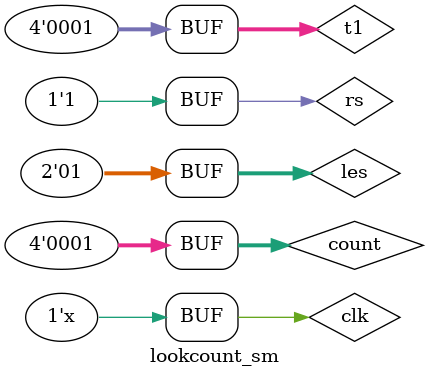
<source format=v>
`timescale 1ns / 1ps


module lookcount_sm();
    reg clk;
    reg rs;
    reg [1:0]les;
    reg [3:0] t1,count;
    wire [7:0] dm1;
    wire [3:0] wm1;
    
    initial
    begin
        clk=0;
        rs=1;
        les=2'b01;
        t1=4'b0001;
        count=4'b0001;
    end

     always
        #20 clk=~clk;

lookcount u1(clk,t1,les,count,dm1, wm1,rs);
endmodule

</source>
